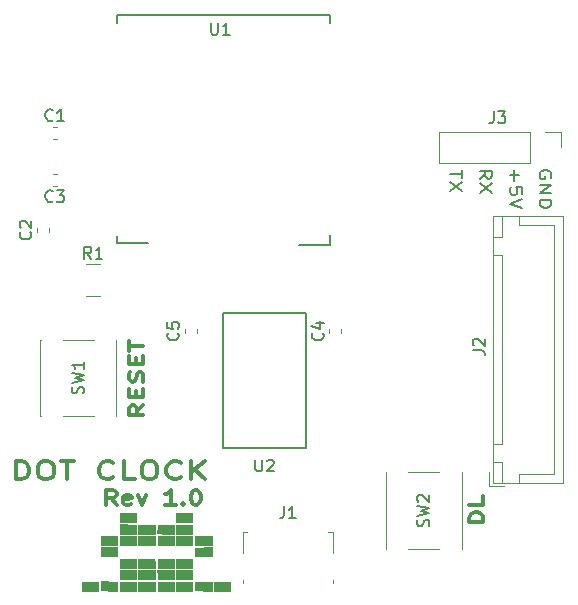
<source format=gto>
G04 #@! TF.GenerationSoftware,KiCad,Pcbnew,(5.0.0)*
G04 #@! TF.CreationDate,2019-09-16T11:16:57+09:00*
G04 #@! TF.ProjectId,ESP32,45535033322E6B696361645F70636200,rev?*
G04 #@! TF.SameCoordinates,Original*
G04 #@! TF.FileFunction,Legend,Top*
G04 #@! TF.FilePolarity,Positive*
%FSLAX46Y46*%
G04 Gerber Fmt 4.6, Leading zero omitted, Abs format (unit mm)*
G04 Created by KiCad (PCBNEW (5.0.0)) date 09/16/19 11:16:57*
%MOMM*%
%LPD*%
G01*
G04 APERTURE LIST*
%ADD10C,0.300000*%
%ADD11C,0.200000*%
%ADD12C,0.120000*%
%ADD13C,0.010000*%
%ADD14C,0.150000*%
G04 APERTURE END LIST*
D10*
X108487757Y-123986857D02*
X107987757Y-123415428D01*
X107630614Y-123986857D02*
X107630614Y-122786857D01*
X108202042Y-122786857D01*
X108344900Y-122844000D01*
X108416328Y-122901142D01*
X108487757Y-123015428D01*
X108487757Y-123186857D01*
X108416328Y-123301142D01*
X108344900Y-123358285D01*
X108202042Y-123415428D01*
X107630614Y-123415428D01*
X109702042Y-123929714D02*
X109559185Y-123986857D01*
X109273471Y-123986857D01*
X109130614Y-123929714D01*
X109059185Y-123815428D01*
X109059185Y-123358285D01*
X109130614Y-123244000D01*
X109273471Y-123186857D01*
X109559185Y-123186857D01*
X109702042Y-123244000D01*
X109773471Y-123358285D01*
X109773471Y-123472571D01*
X109059185Y-123586857D01*
X110273471Y-123186857D02*
X110630614Y-123986857D01*
X110987757Y-123186857D01*
X113487757Y-123986857D02*
X112630614Y-123986857D01*
X113059185Y-123986857D02*
X113059185Y-122786857D01*
X112916328Y-122958285D01*
X112773471Y-123072571D01*
X112630614Y-123129714D01*
X114130614Y-123872571D02*
X114202042Y-123929714D01*
X114130614Y-123986857D01*
X114059185Y-123929714D01*
X114130614Y-123872571D01*
X114130614Y-123986857D01*
X115130614Y-122786857D02*
X115273471Y-122786857D01*
X115416328Y-122844000D01*
X115487757Y-122901142D01*
X115559185Y-123015428D01*
X115630614Y-123244000D01*
X115630614Y-123529714D01*
X115559185Y-123758285D01*
X115487757Y-123872571D01*
X115416328Y-123929714D01*
X115273471Y-123986857D01*
X115130614Y-123986857D01*
X114987757Y-123929714D01*
X114916328Y-123872571D01*
X114844900Y-123758285D01*
X114773471Y-123529714D01*
X114773471Y-123244000D01*
X114844900Y-123015428D01*
X114916328Y-122901142D01*
X114987757Y-122844000D01*
X115130614Y-122786857D01*
X99934119Y-121836571D02*
X99934119Y-120336571D01*
X100410309Y-120336571D01*
X100696023Y-120408000D01*
X100886500Y-120550857D01*
X100981738Y-120693714D01*
X101076976Y-120979428D01*
X101076976Y-121193714D01*
X100981738Y-121479428D01*
X100886500Y-121622285D01*
X100696023Y-121765142D01*
X100410309Y-121836571D01*
X99934119Y-121836571D01*
X102315071Y-120336571D02*
X102696023Y-120336571D01*
X102886500Y-120408000D01*
X103076976Y-120550857D01*
X103172214Y-120836571D01*
X103172214Y-121336571D01*
X103076976Y-121622285D01*
X102886500Y-121765142D01*
X102696023Y-121836571D01*
X102315071Y-121836571D01*
X102124595Y-121765142D01*
X101934119Y-121622285D01*
X101838880Y-121336571D01*
X101838880Y-120836571D01*
X101934119Y-120550857D01*
X102124595Y-120408000D01*
X102315071Y-120336571D01*
X103743642Y-120336571D02*
X104886500Y-120336571D01*
X104315071Y-121836571D02*
X104315071Y-120336571D01*
X108219833Y-121693714D02*
X108124595Y-121765142D01*
X107838880Y-121836571D01*
X107648404Y-121836571D01*
X107362690Y-121765142D01*
X107172214Y-121622285D01*
X107076976Y-121479428D01*
X106981738Y-121193714D01*
X106981738Y-120979428D01*
X107076976Y-120693714D01*
X107172214Y-120550857D01*
X107362690Y-120408000D01*
X107648404Y-120336571D01*
X107838880Y-120336571D01*
X108124595Y-120408000D01*
X108219833Y-120479428D01*
X110029357Y-121836571D02*
X109076976Y-121836571D01*
X109076976Y-120336571D01*
X111076976Y-120336571D02*
X111457928Y-120336571D01*
X111648404Y-120408000D01*
X111838880Y-120550857D01*
X111934119Y-120836571D01*
X111934119Y-121336571D01*
X111838880Y-121622285D01*
X111648404Y-121765142D01*
X111457928Y-121836571D01*
X111076976Y-121836571D01*
X110886500Y-121765142D01*
X110696023Y-121622285D01*
X110600785Y-121336571D01*
X110600785Y-120836571D01*
X110696023Y-120550857D01*
X110886500Y-120408000D01*
X111076976Y-120336571D01*
X113934119Y-121693714D02*
X113838880Y-121765142D01*
X113553166Y-121836571D01*
X113362690Y-121836571D01*
X113076976Y-121765142D01*
X112886500Y-121622285D01*
X112791261Y-121479428D01*
X112696023Y-121193714D01*
X112696023Y-120979428D01*
X112791261Y-120693714D01*
X112886500Y-120550857D01*
X113076976Y-120408000D01*
X113362690Y-120336571D01*
X113553166Y-120336571D01*
X113838880Y-120408000D01*
X113934119Y-120479428D01*
X114791261Y-121836571D02*
X114791261Y-120336571D01*
X115934119Y-121836571D02*
X115076976Y-120979428D01*
X115934119Y-120336571D02*
X114791261Y-121193714D01*
D11*
X137747619Y-95685714D02*
X137747619Y-96371428D01*
X136747619Y-96028571D02*
X137747619Y-96028571D01*
X137747619Y-96657142D02*
X136747619Y-97457142D01*
X137747619Y-97457142D02*
X136747619Y-96657142D01*
X139247619Y-96400000D02*
X139723809Y-96000000D01*
X139247619Y-95714285D02*
X140247619Y-95714285D01*
X140247619Y-96171428D01*
X140200000Y-96285714D01*
X140152380Y-96342857D01*
X140057142Y-96400000D01*
X139914285Y-96400000D01*
X139819047Y-96342857D01*
X139771428Y-96285714D01*
X139723809Y-96171428D01*
X139723809Y-95714285D01*
X140247619Y-96800000D02*
X139247619Y-97600000D01*
X140247619Y-97600000D02*
X139247619Y-96800000D01*
X142178571Y-95657142D02*
X142178571Y-96571428D01*
X141797619Y-96114285D02*
X142559523Y-96114285D01*
X142797619Y-97714285D02*
X142797619Y-97142857D01*
X142321428Y-97085714D01*
X142369047Y-97142857D01*
X142416666Y-97257142D01*
X142416666Y-97542857D01*
X142369047Y-97657142D01*
X142321428Y-97714285D01*
X142226190Y-97771428D01*
X141988095Y-97771428D01*
X141892857Y-97714285D01*
X141845238Y-97657142D01*
X141797619Y-97542857D01*
X141797619Y-97257142D01*
X141845238Y-97142857D01*
X141892857Y-97085714D01*
X142797619Y-98114285D02*
X141797619Y-98514285D01*
X142797619Y-98914285D01*
X145250000Y-96335714D02*
X145297619Y-96221428D01*
X145297619Y-96050000D01*
X145250000Y-95878571D01*
X145154761Y-95764285D01*
X145059523Y-95707142D01*
X144869047Y-95650000D01*
X144726190Y-95650000D01*
X144535714Y-95707142D01*
X144440476Y-95764285D01*
X144345238Y-95878571D01*
X144297619Y-96050000D01*
X144297619Y-96164285D01*
X144345238Y-96335714D01*
X144392857Y-96392857D01*
X144726190Y-96392857D01*
X144726190Y-96164285D01*
X144297619Y-96907142D02*
X145297619Y-96907142D01*
X144297619Y-97592857D01*
X145297619Y-97592857D01*
X144297619Y-98164285D02*
X145297619Y-98164285D01*
X145297619Y-98450000D01*
X145250000Y-98621428D01*
X145154761Y-98735714D01*
X145059523Y-98792857D01*
X144869047Y-98850000D01*
X144726190Y-98850000D01*
X144535714Y-98792857D01*
X144440476Y-98735714D01*
X144345238Y-98621428D01*
X144297619Y-98450000D01*
X144297619Y-98164285D01*
D10*
X139542857Y-125500000D02*
X138342857Y-125500000D01*
X138342857Y-125142857D01*
X138400000Y-124928571D01*
X138514285Y-124785714D01*
X138628571Y-124714285D01*
X138857142Y-124642857D01*
X139028571Y-124642857D01*
X139257142Y-124714285D01*
X139371428Y-124785714D01*
X139485714Y-124928571D01*
X139542857Y-125142857D01*
X139542857Y-125500000D01*
X139542857Y-123285714D02*
X139542857Y-124000000D01*
X138342857Y-124000000D01*
X110764257Y-115546771D02*
X110192828Y-116046771D01*
X110764257Y-116403914D02*
X109564257Y-116403914D01*
X109564257Y-115832485D01*
X109621400Y-115689628D01*
X109678542Y-115618200D01*
X109792828Y-115546771D01*
X109964257Y-115546771D01*
X110078542Y-115618200D01*
X110135685Y-115689628D01*
X110192828Y-115832485D01*
X110192828Y-116403914D01*
X110135685Y-114903914D02*
X110135685Y-114403914D01*
X110764257Y-114189628D02*
X110764257Y-114903914D01*
X109564257Y-114903914D01*
X109564257Y-114189628D01*
X110707114Y-113618200D02*
X110764257Y-113403914D01*
X110764257Y-113046771D01*
X110707114Y-112903914D01*
X110649971Y-112832485D01*
X110535685Y-112761057D01*
X110421400Y-112761057D01*
X110307114Y-112832485D01*
X110249971Y-112903914D01*
X110192828Y-113046771D01*
X110135685Y-113332485D01*
X110078542Y-113475342D01*
X110021400Y-113546771D01*
X109907114Y-113618200D01*
X109792828Y-113618200D01*
X109678542Y-113546771D01*
X109621400Y-113475342D01*
X109564257Y-113332485D01*
X109564257Y-112975342D01*
X109621400Y-112761057D01*
X110135685Y-112118200D02*
X110135685Y-111618200D01*
X110764257Y-111403914D02*
X110764257Y-112118200D01*
X109564257Y-112118200D01*
X109564257Y-111403914D01*
X109564257Y-110975342D02*
X109564257Y-110118200D01*
X110764257Y-110546771D02*
X109564257Y-110546771D01*
D12*
G04 #@! TO.C,J2*
X140340000Y-122160000D02*
X146310000Y-122160000D01*
X146310000Y-122160000D02*
X146310000Y-99540000D01*
X146310000Y-99540000D02*
X140340000Y-99540000D01*
X140340000Y-99540000D02*
X140340000Y-122160000D01*
X140350000Y-118850000D02*
X141100000Y-118850000D01*
X141100000Y-118850000D02*
X141100000Y-102850000D01*
X141100000Y-102850000D02*
X140350000Y-102850000D01*
X140350000Y-102850000D02*
X140350000Y-118850000D01*
X140350000Y-122150000D02*
X141100000Y-122150000D01*
X141100000Y-122150000D02*
X141100000Y-120350000D01*
X141100000Y-120350000D02*
X140350000Y-120350000D01*
X140350000Y-120350000D02*
X140350000Y-122150000D01*
X140350000Y-101350000D02*
X141100000Y-101350000D01*
X141100000Y-101350000D02*
X141100000Y-99550000D01*
X141100000Y-99550000D02*
X140350000Y-99550000D01*
X140350000Y-99550000D02*
X140350000Y-101350000D01*
X142600000Y-122150000D02*
X142600000Y-121400000D01*
X142600000Y-121400000D02*
X145550000Y-121400000D01*
X145550000Y-121400000D02*
X145550000Y-110850000D01*
X142600000Y-99550000D02*
X142600000Y-100300000D01*
X142600000Y-100300000D02*
X145550000Y-100300000D01*
X145550000Y-100300000D02*
X145550000Y-110850000D01*
X140050000Y-121200000D02*
X140050000Y-122450000D01*
X140050000Y-122450000D02*
X141300000Y-122450000D01*
D13*
G04 #@! TO.C,G\002A\002A\002A*
G36*
X114909600Y-125476000D02*
X113538000Y-125476000D01*
X113538000Y-124714000D01*
X114909600Y-124714000D01*
X114909600Y-125476000D01*
X114909600Y-125476000D01*
G37*
X114909600Y-125476000D02*
X113538000Y-125476000D01*
X113538000Y-124714000D01*
X114909600Y-124714000D01*
X114909600Y-125476000D01*
G36*
X110134400Y-125476000D02*
X108762800Y-125476000D01*
X108762800Y-124714000D01*
X110134400Y-124714000D01*
X110134400Y-125476000D01*
X110134400Y-125476000D01*
G37*
X110134400Y-125476000D02*
X108762800Y-125476000D01*
X108762800Y-124714000D01*
X110134400Y-124714000D01*
X110134400Y-125476000D01*
G36*
X114909600Y-126441200D02*
X113538000Y-126441200D01*
X113538000Y-125679200D01*
X114909600Y-125679200D01*
X114909600Y-126441200D01*
X114909600Y-126441200D01*
G37*
X114909600Y-126441200D02*
X113538000Y-126441200D01*
X113538000Y-125679200D01*
X114909600Y-125679200D01*
X114909600Y-126441200D01*
G36*
X113334800Y-126441200D02*
X112657466Y-126441200D01*
X112406133Y-126439714D01*
X112193746Y-126435647D01*
X112039716Y-126429579D01*
X111963450Y-126422093D01*
X111958966Y-126420248D01*
X111950742Y-126362885D01*
X111948983Y-126231599D01*
X111954001Y-126053879D01*
X111954668Y-126039248D01*
X111971537Y-125679200D01*
X113334800Y-125679200D01*
X113334800Y-126441200D01*
X113334800Y-126441200D01*
G37*
X113334800Y-126441200D02*
X112657466Y-126441200D01*
X112406133Y-126439714D01*
X112193746Y-126435647D01*
X112039716Y-126429579D01*
X111963450Y-126422093D01*
X111958966Y-126420248D01*
X111950742Y-126362885D01*
X111948983Y-126231599D01*
X111954001Y-126053879D01*
X111954668Y-126039248D01*
X111971537Y-125679200D01*
X113334800Y-125679200D01*
X113334800Y-126441200D01*
G36*
X111717886Y-126060081D02*
X111701173Y-126441200D01*
X110337600Y-126441200D01*
X110337600Y-125679200D01*
X111036100Y-125679081D01*
X111734600Y-125678963D01*
X111717886Y-126060081D01*
X111717886Y-126060081D01*
G37*
X111717886Y-126060081D02*
X111701173Y-126441200D01*
X110337600Y-126441200D01*
X110337600Y-125679200D01*
X111036100Y-125679081D01*
X111734600Y-125678963D01*
X111717886Y-126060081D01*
G36*
X110134400Y-125684698D02*
X110134400Y-126441200D01*
X108762800Y-126441200D01*
X108762628Y-125653800D01*
X110134400Y-125684698D01*
X110134400Y-125684698D01*
G37*
X110134400Y-125684698D02*
X110134400Y-126441200D01*
X108762800Y-126441200D01*
X108762628Y-125653800D01*
X110134400Y-125684698D01*
G36*
X116535200Y-127406400D02*
X115849400Y-127406400D01*
X115598234Y-127403745D01*
X115387677Y-127396469D01*
X115236402Y-127385601D01*
X115163079Y-127372173D01*
X115159074Y-127368300D01*
X115155649Y-127301456D01*
X115151052Y-127163227D01*
X115146374Y-126987369D01*
X115138200Y-126644539D01*
X115836700Y-126644469D01*
X116535200Y-126644400D01*
X116535200Y-127406400D01*
X116535200Y-127406400D01*
G37*
X116535200Y-127406400D02*
X115849400Y-127406400D01*
X115598234Y-127403745D01*
X115387677Y-127396469D01*
X115236402Y-127385601D01*
X115163079Y-127372173D01*
X115159074Y-127368300D01*
X115155649Y-127301456D01*
X115151052Y-127163227D01*
X115146374Y-126987369D01*
X115138200Y-126644539D01*
X115836700Y-126644469D01*
X116535200Y-126644400D01*
X116535200Y-127406400D01*
G36*
X114909600Y-127406400D02*
X113538000Y-127406400D01*
X113538000Y-126644400D01*
X114909600Y-126644400D01*
X114909600Y-127406400D01*
X114909600Y-127406400D01*
G37*
X114909600Y-127406400D02*
X113538000Y-127406400D01*
X113538000Y-126644400D01*
X114909600Y-126644400D01*
X114909600Y-127406400D01*
G36*
X113334800Y-127406400D02*
X111963200Y-127406400D01*
X111963200Y-126644400D01*
X113334800Y-126644400D01*
X113334800Y-127406400D01*
X113334800Y-127406400D01*
G37*
X113334800Y-127406400D02*
X111963200Y-127406400D01*
X111963200Y-126644400D01*
X113334800Y-126644400D01*
X113334800Y-127406400D01*
G36*
X111719192Y-127381000D02*
X111028396Y-127395133D01*
X110337600Y-127409267D01*
X110337600Y-126644400D01*
X111734600Y-126644350D01*
X111719192Y-127381000D01*
X111719192Y-127381000D01*
G37*
X111719192Y-127381000D02*
X111028396Y-127395133D01*
X110337600Y-127409267D01*
X110337600Y-126644400D01*
X111734600Y-126644350D01*
X111719192Y-127381000D01*
G36*
X110134400Y-127406400D02*
X108762800Y-127406400D01*
X108762800Y-126644400D01*
X110134400Y-126644400D01*
X110134400Y-127406400D01*
X110134400Y-127406400D01*
G37*
X110134400Y-127406400D02*
X108762800Y-127406400D01*
X108762800Y-126644400D01*
X110134400Y-126644400D01*
X110134400Y-127406400D01*
G36*
X108508800Y-127406400D02*
X107137200Y-127406400D01*
X107137200Y-126644400D01*
X108508800Y-126644400D01*
X108508800Y-127406400D01*
X108508800Y-127406400D01*
G37*
X108508800Y-127406400D02*
X107137200Y-127406400D01*
X107137200Y-126644400D01*
X108508800Y-126644400D01*
X108508800Y-127406400D01*
G36*
X116535200Y-128371600D02*
X115852398Y-128371600D01*
X115600221Y-128368921D01*
X115387133Y-128361584D01*
X115232386Y-128350631D01*
X115155233Y-128337108D01*
X115150350Y-128333500D01*
X115140947Y-128266372D01*
X115135331Y-128128598D01*
X115134652Y-127965200D01*
X115138200Y-127635000D01*
X116535200Y-127606732D01*
X116535200Y-128371600D01*
X116535200Y-128371600D01*
G37*
X116535200Y-128371600D02*
X115852398Y-128371600D01*
X115600221Y-128368921D01*
X115387133Y-128361584D01*
X115232386Y-128350631D01*
X115155233Y-128337108D01*
X115150350Y-128333500D01*
X115140947Y-128266372D01*
X115135331Y-128128598D01*
X115134652Y-127965200D01*
X115138200Y-127635000D01*
X116535200Y-127606732D01*
X116535200Y-128371600D01*
G36*
X108508800Y-128371600D02*
X107137200Y-128371600D01*
X107137200Y-127609600D01*
X108508800Y-127609600D01*
X108508800Y-128371600D01*
X108508800Y-128371600D01*
G37*
X108508800Y-128371600D02*
X107137200Y-128371600D01*
X107137200Y-127609600D01*
X108508800Y-127609600D01*
X108508800Y-128371600D01*
G36*
X114909600Y-129336800D02*
X113538000Y-129336800D01*
X113538000Y-128574800D01*
X114909600Y-128574800D01*
X114909600Y-129336800D01*
X114909600Y-129336800D01*
G37*
X114909600Y-129336800D02*
X113538000Y-129336800D01*
X113538000Y-128574800D01*
X114909600Y-128574800D01*
X114909600Y-129336800D01*
G36*
X113334800Y-129336800D02*
X111963200Y-129336800D01*
X111963200Y-128574800D01*
X113334800Y-128574800D01*
X113334800Y-129336800D01*
X113334800Y-129336800D01*
G37*
X113334800Y-129336800D02*
X111963200Y-129336800D01*
X111963200Y-128574800D01*
X113334800Y-128574800D01*
X113334800Y-129336800D01*
G36*
X111502889Y-128580171D02*
X111629484Y-128601735D01*
X111699282Y-128649084D01*
X111727195Y-128732117D01*
X111728131Y-128860734D01*
X111717387Y-129038062D01*
X111700175Y-129336800D01*
X110337600Y-129336800D01*
X110337600Y-128574800D01*
X111019675Y-128574800D01*
X111304589Y-128574492D01*
X111502889Y-128580171D01*
X111502889Y-128580171D01*
G37*
X111502889Y-128580171D02*
X111629484Y-128601735D01*
X111699282Y-128649084D01*
X111727195Y-128732117D01*
X111728131Y-128860734D01*
X111717387Y-129038062D01*
X111700175Y-129336800D01*
X110337600Y-129336800D01*
X110337600Y-128574800D01*
X111019675Y-128574800D01*
X111304589Y-128574492D01*
X111502889Y-128580171D01*
G36*
X110134400Y-129336800D02*
X108762800Y-129336800D01*
X108762800Y-128574800D01*
X110134400Y-128574800D01*
X110134400Y-129336800D01*
X110134400Y-129336800D01*
G37*
X110134400Y-129336800D02*
X108762800Y-129336800D01*
X108762800Y-128574800D01*
X110134400Y-128574800D01*
X110134400Y-129336800D01*
G36*
X114909600Y-130302000D02*
X113538000Y-130302000D01*
X113538000Y-129540000D01*
X114909600Y-129540000D01*
X114909600Y-130302000D01*
X114909600Y-130302000D01*
G37*
X114909600Y-130302000D02*
X113538000Y-130302000D01*
X113538000Y-129540000D01*
X114909600Y-129540000D01*
X114909600Y-130302000D01*
G36*
X112636300Y-129539881D02*
X113334800Y-129540000D01*
X113334800Y-130302000D01*
X111971226Y-130302000D01*
X111954513Y-129920881D01*
X111937800Y-129539763D01*
X112636300Y-129539881D01*
X112636300Y-129539881D01*
G37*
X112636300Y-129539881D02*
X113334800Y-129540000D01*
X113334800Y-130302000D01*
X111971226Y-130302000D01*
X111954513Y-129920881D01*
X111937800Y-129539763D01*
X112636300Y-129539881D01*
G36*
X111709200Y-130302000D02*
X110337600Y-130302000D01*
X110337600Y-129540000D01*
X111709200Y-129540000D01*
X111709200Y-130302000D01*
X111709200Y-130302000D01*
G37*
X111709200Y-130302000D02*
X110337600Y-130302000D01*
X110337600Y-129540000D01*
X111709200Y-129540000D01*
X111709200Y-130302000D01*
G36*
X110134400Y-130302000D02*
X108762800Y-130302000D01*
X108762800Y-129540000D01*
X110134400Y-129540000D01*
X110134400Y-130302000D01*
X110134400Y-130302000D01*
G37*
X110134400Y-130302000D02*
X108762800Y-130302000D01*
X108762800Y-129540000D01*
X110134400Y-129540000D01*
X110134400Y-130302000D01*
G36*
X118110000Y-131267200D02*
X116738400Y-131267200D01*
X116738400Y-130505200D01*
X118110000Y-130505200D01*
X118110000Y-131267200D01*
X118110000Y-131267200D01*
G37*
X118110000Y-131267200D02*
X116738400Y-131267200D01*
X116738400Y-130505200D01*
X118110000Y-130505200D01*
X118110000Y-131267200D01*
G36*
X116535200Y-131267200D02*
X115849400Y-131267200D01*
X115597969Y-131264543D01*
X115386889Y-131257262D01*
X115234921Y-131246387D01*
X115160824Y-131232950D01*
X115156616Y-131229100D01*
X115152286Y-131162249D01*
X115147697Y-131024002D01*
X115143916Y-130848108D01*
X115138200Y-130505217D01*
X115836700Y-130505208D01*
X116535200Y-130505200D01*
X116535200Y-131267200D01*
X116535200Y-131267200D01*
G37*
X116535200Y-131267200D02*
X115849400Y-131267200D01*
X115597969Y-131264543D01*
X115386889Y-131257262D01*
X115234921Y-131246387D01*
X115160824Y-131232950D01*
X115156616Y-131229100D01*
X115152286Y-131162249D01*
X115147697Y-131024002D01*
X115143916Y-130848108D01*
X115138200Y-130505217D01*
X115836700Y-130505208D01*
X116535200Y-130505200D01*
X116535200Y-131267200D01*
G36*
X114909600Y-131267200D02*
X113538000Y-131267200D01*
X113538000Y-130505200D01*
X114909600Y-130505200D01*
X114909600Y-131267200D01*
X114909600Y-131267200D01*
G37*
X114909600Y-131267200D02*
X113538000Y-131267200D01*
X113538000Y-130505200D01*
X114909600Y-130505200D01*
X114909600Y-131267200D01*
G36*
X113334800Y-131267200D02*
X111963200Y-131267200D01*
X111963200Y-130505200D01*
X113334800Y-130505200D01*
X113334800Y-131267200D01*
X113334800Y-131267200D01*
G37*
X113334800Y-131267200D02*
X111963200Y-131267200D01*
X111963200Y-130505200D01*
X113334800Y-130505200D01*
X113334800Y-131267200D01*
G36*
X111734600Y-131267200D02*
X110337600Y-131267200D01*
X110337600Y-130505200D01*
X111734600Y-130505200D01*
X111734600Y-131267200D01*
X111734600Y-131267200D01*
G37*
X111734600Y-131267200D02*
X110337600Y-131267200D01*
X110337600Y-130505200D01*
X111734600Y-130505200D01*
X111734600Y-131267200D01*
G36*
X110134400Y-131267200D02*
X108762800Y-131267200D01*
X108762800Y-130505200D01*
X110134400Y-130505200D01*
X110134400Y-131267200D01*
X110134400Y-131267200D01*
G37*
X110134400Y-131267200D02*
X108762800Y-131267200D01*
X108762800Y-130505200D01*
X110134400Y-130505200D01*
X110134400Y-131267200D01*
G36*
X108534200Y-130530600D02*
X108529120Y-130670300D01*
X108524163Y-130810938D01*
X108518086Y-130988879D01*
X108516420Y-131038600D01*
X108508800Y-131267200D01*
X107856866Y-131267200D01*
X107609073Y-131264697D01*
X107399100Y-131257859D01*
X107247269Y-131247689D01*
X107173898Y-131235190D01*
X107171066Y-131233333D01*
X107154062Y-131168890D01*
X107141904Y-131032295D01*
X107137200Y-130852974D01*
X107137200Y-130502332D01*
X108534200Y-130530600D01*
X108534200Y-130530600D01*
G37*
X108534200Y-130530600D02*
X108529120Y-130670300D01*
X108524163Y-130810938D01*
X108518086Y-130988879D01*
X108516420Y-131038600D01*
X108508800Y-131267200D01*
X107856866Y-131267200D01*
X107609073Y-131264697D01*
X107399100Y-131257859D01*
X107247269Y-131247689D01*
X107173898Y-131235190D01*
X107171066Y-131233333D01*
X107154062Y-131168890D01*
X107141904Y-131032295D01*
X107137200Y-130852974D01*
X107137200Y-130502332D01*
X108534200Y-130530600D01*
G36*
X106934000Y-131267200D02*
X105562400Y-131267200D01*
X105562400Y-130505200D01*
X106934000Y-130505200D01*
X106934000Y-131267200D01*
X106934000Y-131267200D01*
G37*
X106934000Y-131267200D02*
X105562400Y-131267200D01*
X105562400Y-130505200D01*
X106934000Y-130505200D01*
X106934000Y-131267200D01*
D14*
G04 #@! TO.C,U1*
X126550000Y-82550000D02*
X126550000Y-83250000D01*
X123950000Y-102050000D02*
X126550000Y-102050000D01*
X126550000Y-101150000D02*
X126550000Y-102050000D01*
X108550000Y-101850000D02*
X111150000Y-101850000D01*
X108550000Y-101250000D02*
X108550000Y-101850000D01*
X108550000Y-82550000D02*
X108550000Y-83250000D01*
X108550000Y-82550000D02*
X126550000Y-82550000D01*
D12*
G04 #@! TO.C,C1*
X103078733Y-91990000D02*
X103421267Y-91990000D01*
X103078733Y-93010000D02*
X103421267Y-93010000D01*
G04 #@! TO.C,C2*
X102760000Y-100921267D02*
X102760000Y-100578733D01*
X101740000Y-100921267D02*
X101740000Y-100578733D01*
G04 #@! TO.C,C3*
X103421267Y-97010000D02*
X103078733Y-97010000D01*
X103421267Y-95990000D02*
X103078733Y-95990000D01*
G04 #@! TO.C,C4*
X127512607Y-109469814D02*
X127512607Y-109127280D01*
X126492607Y-109469814D02*
X126492607Y-109127280D01*
G04 #@! TO.C,C5*
X114242607Y-109469814D02*
X114242607Y-109127280D01*
X115262607Y-109469814D02*
X115262607Y-109127280D01*
G04 #@! TO.C,J1*
X126810000Y-126290000D02*
X126430000Y-126290000D01*
X126810000Y-130340000D02*
X126810000Y-130600000D01*
X126810000Y-126290000D02*
X126810000Y-128060000D01*
X119190000Y-126290000D02*
X119570000Y-126290000D01*
X119190000Y-128060000D02*
X119190000Y-126290000D01*
X119190000Y-130600000D02*
X119190000Y-130340000D01*
G04 #@! TO.C,J3*
X135800000Y-92420000D02*
X135800000Y-95080000D01*
X143480000Y-92420000D02*
X135800000Y-92420000D01*
X143480000Y-95080000D02*
X135800000Y-95080000D01*
X143480000Y-92420000D02*
X143480000Y-95080000D01*
X144750000Y-92420000D02*
X146080000Y-92420000D01*
X146080000Y-92420000D02*
X146080000Y-93750000D01*
G04 #@! TO.C,R1*
X105897936Y-103640000D02*
X107102064Y-103640000D01*
X105897936Y-106360000D02*
X107102064Y-106360000D01*
G04 #@! TO.C,SW1*
X108480000Y-116480000D02*
X108450000Y-116480000D01*
X102020000Y-116480000D02*
X102050000Y-116480000D01*
X102020000Y-110020000D02*
X102050000Y-110020000D01*
X108450000Y-110020000D02*
X108480000Y-110020000D01*
X106550000Y-116480000D02*
X103950000Y-116480000D01*
X108480000Y-110020000D02*
X108480000Y-116480000D01*
X106550000Y-110020000D02*
X103950000Y-110020000D01*
X102020000Y-110020000D02*
X102020000Y-116480000D01*
G04 #@! TO.C,SW2*
X131270000Y-121270000D02*
X131270000Y-127730000D01*
X135800000Y-121270000D02*
X133200000Y-121270000D01*
X137730000Y-121270000D02*
X137730000Y-127730000D01*
X135800000Y-127730000D02*
X133200000Y-127730000D01*
X137700000Y-121270000D02*
X137730000Y-121270000D01*
X131270000Y-121270000D02*
X131300000Y-121270000D01*
X131270000Y-127730000D02*
X131300000Y-127730000D01*
X137730000Y-127730000D02*
X137700000Y-127730000D01*
D14*
G04 #@! TO.C,U2*
X124502607Y-119239047D02*
X117502607Y-119239047D01*
X117502607Y-119239047D02*
X117502607Y-107739047D01*
X117502607Y-107739047D02*
X124502607Y-107739047D01*
X124502607Y-107739047D02*
X124502607Y-119239047D01*
G04 #@! TO.C,J2*
X138652380Y-110933333D02*
X139366666Y-110933333D01*
X139509523Y-110980952D01*
X139604761Y-111076190D01*
X139652380Y-111219047D01*
X139652380Y-111314285D01*
X138747619Y-110504761D02*
X138700000Y-110457142D01*
X138652380Y-110361904D01*
X138652380Y-110123809D01*
X138700000Y-110028571D01*
X138747619Y-109980952D01*
X138842857Y-109933333D01*
X138938095Y-109933333D01*
X139080952Y-109980952D01*
X139652380Y-110552380D01*
X139652380Y-109933333D01*
G04 #@! TO.C,U1*
X116488095Y-83202380D02*
X116488095Y-84011904D01*
X116535714Y-84107142D01*
X116583333Y-84154761D01*
X116678571Y-84202380D01*
X116869047Y-84202380D01*
X116964285Y-84154761D01*
X117011904Y-84107142D01*
X117059523Y-84011904D01*
X117059523Y-83202380D01*
X118059523Y-84202380D02*
X117488095Y-84202380D01*
X117773809Y-84202380D02*
X117773809Y-83202380D01*
X117678571Y-83345238D01*
X117583333Y-83440476D01*
X117488095Y-83488095D01*
G04 #@! TO.C,C1*
X103083333Y-91427142D02*
X103035714Y-91474761D01*
X102892857Y-91522380D01*
X102797619Y-91522380D01*
X102654761Y-91474761D01*
X102559523Y-91379523D01*
X102511904Y-91284285D01*
X102464285Y-91093809D01*
X102464285Y-90950952D01*
X102511904Y-90760476D01*
X102559523Y-90665238D01*
X102654761Y-90570000D01*
X102797619Y-90522380D01*
X102892857Y-90522380D01*
X103035714Y-90570000D01*
X103083333Y-90617619D01*
X104035714Y-91522380D02*
X103464285Y-91522380D01*
X103750000Y-91522380D02*
X103750000Y-90522380D01*
X103654761Y-90665238D01*
X103559523Y-90760476D01*
X103464285Y-90808095D01*
G04 #@! TO.C,C2*
X101177142Y-100916666D02*
X101224761Y-100964285D01*
X101272380Y-101107142D01*
X101272380Y-101202380D01*
X101224761Y-101345238D01*
X101129523Y-101440476D01*
X101034285Y-101488095D01*
X100843809Y-101535714D01*
X100700952Y-101535714D01*
X100510476Y-101488095D01*
X100415238Y-101440476D01*
X100320000Y-101345238D01*
X100272380Y-101202380D01*
X100272380Y-101107142D01*
X100320000Y-100964285D01*
X100367619Y-100916666D01*
X100367619Y-100535714D02*
X100320000Y-100488095D01*
X100272380Y-100392857D01*
X100272380Y-100154761D01*
X100320000Y-100059523D01*
X100367619Y-100011904D01*
X100462857Y-99964285D01*
X100558095Y-99964285D01*
X100700952Y-100011904D01*
X101272380Y-100583333D01*
X101272380Y-99964285D01*
G04 #@! TO.C,C3*
X103083333Y-98287142D02*
X103035714Y-98334761D01*
X102892857Y-98382380D01*
X102797619Y-98382380D01*
X102654761Y-98334761D01*
X102559523Y-98239523D01*
X102511904Y-98144285D01*
X102464285Y-97953809D01*
X102464285Y-97810952D01*
X102511904Y-97620476D01*
X102559523Y-97525238D01*
X102654761Y-97430000D01*
X102797619Y-97382380D01*
X102892857Y-97382380D01*
X103035714Y-97430000D01*
X103083333Y-97477619D01*
X103416666Y-97382380D02*
X104035714Y-97382380D01*
X103702380Y-97763333D01*
X103845238Y-97763333D01*
X103940476Y-97810952D01*
X103988095Y-97858571D01*
X104035714Y-97953809D01*
X104035714Y-98191904D01*
X103988095Y-98287142D01*
X103940476Y-98334761D01*
X103845238Y-98382380D01*
X103559523Y-98382380D01*
X103464285Y-98334761D01*
X103416666Y-98287142D01*
G04 #@! TO.C,C4*
X125929749Y-109465213D02*
X125977368Y-109512832D01*
X126024987Y-109655689D01*
X126024987Y-109750927D01*
X125977368Y-109893785D01*
X125882130Y-109989023D01*
X125786892Y-110036642D01*
X125596416Y-110084261D01*
X125453559Y-110084261D01*
X125263083Y-110036642D01*
X125167845Y-109989023D01*
X125072607Y-109893785D01*
X125024987Y-109750927D01*
X125024987Y-109655689D01*
X125072607Y-109512832D01*
X125120226Y-109465213D01*
X125358321Y-108608070D02*
X126024987Y-108608070D01*
X124977368Y-108846166D02*
X125691654Y-109084261D01*
X125691654Y-108465213D01*
G04 #@! TO.C,C5*
X113679749Y-109465213D02*
X113727368Y-109512832D01*
X113774987Y-109655689D01*
X113774987Y-109750927D01*
X113727368Y-109893785D01*
X113632130Y-109989023D01*
X113536892Y-110036642D01*
X113346416Y-110084261D01*
X113203559Y-110084261D01*
X113013083Y-110036642D01*
X112917845Y-109989023D01*
X112822607Y-109893785D01*
X112774987Y-109750927D01*
X112774987Y-109655689D01*
X112822607Y-109512832D01*
X112870226Y-109465213D01*
X112774987Y-108560451D02*
X112774987Y-109036642D01*
X113251178Y-109084261D01*
X113203559Y-109036642D01*
X113155940Y-108941404D01*
X113155940Y-108703308D01*
X113203559Y-108608070D01*
X113251178Y-108560451D01*
X113346416Y-108512832D01*
X113584511Y-108512832D01*
X113679749Y-108560451D01*
X113727368Y-108608070D01*
X113774987Y-108703308D01*
X113774987Y-108941404D01*
X113727368Y-109036642D01*
X113679749Y-109084261D01*
G04 #@! TO.C,J1*
X122666666Y-124152380D02*
X122666666Y-124866666D01*
X122619047Y-125009523D01*
X122523809Y-125104761D01*
X122380952Y-125152380D01*
X122285714Y-125152380D01*
X123666666Y-125152380D02*
X123095238Y-125152380D01*
X123380952Y-125152380D02*
X123380952Y-124152380D01*
X123285714Y-124295238D01*
X123190476Y-124390476D01*
X123095238Y-124438095D01*
G04 #@! TO.C,J3*
X140416666Y-90702380D02*
X140416666Y-91416666D01*
X140369047Y-91559523D01*
X140273809Y-91654761D01*
X140130952Y-91702380D01*
X140035714Y-91702380D01*
X140797619Y-90702380D02*
X141416666Y-90702380D01*
X141083333Y-91083333D01*
X141226190Y-91083333D01*
X141321428Y-91130952D01*
X141369047Y-91178571D01*
X141416666Y-91273809D01*
X141416666Y-91511904D01*
X141369047Y-91607142D01*
X141321428Y-91654761D01*
X141226190Y-91702380D01*
X140940476Y-91702380D01*
X140845238Y-91654761D01*
X140797619Y-91607142D01*
G04 #@! TO.C,R1*
X106333333Y-103172380D02*
X106000000Y-102696190D01*
X105761904Y-103172380D02*
X105761904Y-102172380D01*
X106142857Y-102172380D01*
X106238095Y-102220000D01*
X106285714Y-102267619D01*
X106333333Y-102362857D01*
X106333333Y-102505714D01*
X106285714Y-102600952D01*
X106238095Y-102648571D01*
X106142857Y-102696190D01*
X105761904Y-102696190D01*
X107285714Y-103172380D02*
X106714285Y-103172380D01*
X107000000Y-103172380D02*
X107000000Y-102172380D01*
X106904761Y-102315238D01*
X106809523Y-102410476D01*
X106714285Y-102458095D01*
G04 #@! TO.C,SW1*
X105654761Y-114583333D02*
X105702380Y-114440476D01*
X105702380Y-114202380D01*
X105654761Y-114107142D01*
X105607142Y-114059523D01*
X105511904Y-114011904D01*
X105416666Y-114011904D01*
X105321428Y-114059523D01*
X105273809Y-114107142D01*
X105226190Y-114202380D01*
X105178571Y-114392857D01*
X105130952Y-114488095D01*
X105083333Y-114535714D01*
X104988095Y-114583333D01*
X104892857Y-114583333D01*
X104797619Y-114535714D01*
X104750000Y-114488095D01*
X104702380Y-114392857D01*
X104702380Y-114154761D01*
X104750000Y-114011904D01*
X104702380Y-113678571D02*
X105702380Y-113440476D01*
X104988095Y-113250000D01*
X105702380Y-113059523D01*
X104702380Y-112821428D01*
X105702380Y-111916666D02*
X105702380Y-112488095D01*
X105702380Y-112202380D02*
X104702380Y-112202380D01*
X104845238Y-112297619D01*
X104940476Y-112392857D01*
X104988095Y-112488095D01*
G04 #@! TO.C,SW2*
X134904761Y-125833333D02*
X134952380Y-125690476D01*
X134952380Y-125452380D01*
X134904761Y-125357142D01*
X134857142Y-125309523D01*
X134761904Y-125261904D01*
X134666666Y-125261904D01*
X134571428Y-125309523D01*
X134523809Y-125357142D01*
X134476190Y-125452380D01*
X134428571Y-125642857D01*
X134380952Y-125738095D01*
X134333333Y-125785714D01*
X134238095Y-125833333D01*
X134142857Y-125833333D01*
X134047619Y-125785714D01*
X134000000Y-125738095D01*
X133952380Y-125642857D01*
X133952380Y-125404761D01*
X134000000Y-125261904D01*
X133952380Y-124928571D02*
X134952380Y-124690476D01*
X134238095Y-124500000D01*
X134952380Y-124309523D01*
X133952380Y-124071428D01*
X134047619Y-123738095D02*
X134000000Y-123690476D01*
X133952380Y-123595238D01*
X133952380Y-123357142D01*
X134000000Y-123261904D01*
X134047619Y-123214285D01*
X134142857Y-123166666D01*
X134238095Y-123166666D01*
X134380952Y-123214285D01*
X134952380Y-123785714D01*
X134952380Y-123166666D01*
G04 #@! TO.C,U2*
X120250702Y-120181427D02*
X120250702Y-120990951D01*
X120298321Y-121086189D01*
X120345940Y-121133808D01*
X120441178Y-121181427D01*
X120631654Y-121181427D01*
X120726892Y-121133808D01*
X120774511Y-121086189D01*
X120822130Y-120990951D01*
X120822130Y-120181427D01*
X121250702Y-120276666D02*
X121298321Y-120229047D01*
X121393559Y-120181427D01*
X121631654Y-120181427D01*
X121726892Y-120229047D01*
X121774511Y-120276666D01*
X121822130Y-120371904D01*
X121822130Y-120467142D01*
X121774511Y-120609999D01*
X121203083Y-121181427D01*
X121822130Y-121181427D01*
G04 #@! TD*
M02*

</source>
